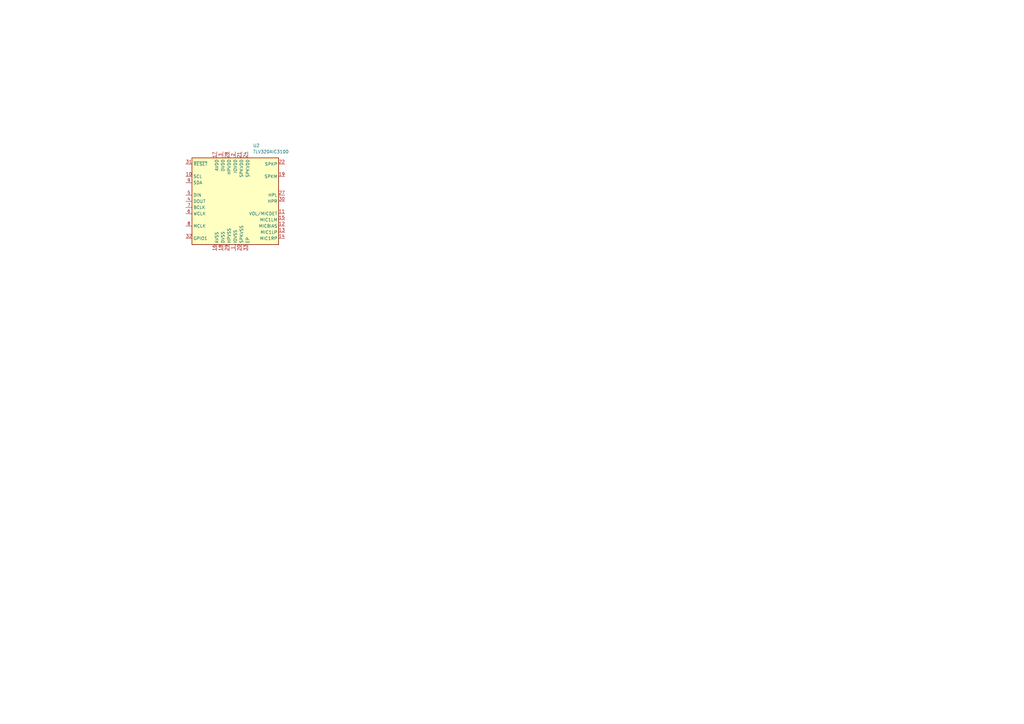
<source format=kicad_sch>
(kicad_sch (version 20250114) (generator "eeschema") (generator_version "9.0")
  (paper "A3")
  (lib_symbols
    (symbol "Audio:TLV320AIC3100"
      (property "Reference" "U" (at -15.24 20.32 0))
      (property "Value" "TLV320AIC3100" (at 0 0 0))
      (symbol "TLV320AIC3100_0_1"
        (rectangle (start -17.78 17.78) (end 17.78 -17.78) (stroke (width 0.254)) (fill (type background)))
      )
      (symbol "TLV320AIC3100_1_1"
        (pin input line (at -20.32 15.24 0) (length 2.54) (name "~{RESET}") (number "31"))
        (pin input line (at -20.32 10.16 0) (length 2.54) (name "SCL") (number "10"))
        (pin bidirectional line (at -20.32 7.62 0) (length 2.54) (name "SDA") (number "9"))
        (pin input line (at -20.32 2.54 0) (length 2.54) (name "DIN") (number "5"))
        (pin output line (at -20.32 0 0) (length 2.54) (name "DOUT") (number "4"))
        (pin bidirectional line (at -20.32 -2.54 0) (length 2.54) (name "BCLK") (number "7"))
        (pin bidirectional line (at -20.32 -5.08 0) (length 2.54) (name "WCLK") (number "6"))
        (pin input line (at -20.32 -10.16 0) (length 2.54) (name "MCLK") (number "8"))
        (pin bidirectional line (at -20.32 -15.24 0) (length 2.54) (name "GPIO1") (number "32"))
        (pin power_in line (at -7.62 20.32 270) (length 2.54) (name "AVDD") (number "17"))
        (pin power_in line (at -7.62 -20.32 90) (length 2.54) (name "AVSS") (number "16"))
        (pin power_in line (at -5.08 20.32 270) (length 2.54) (name "DVDD") (number "3"))
        (pin power_in line (at -5.08 -20.32 90) (length 2.54) (name "DVSS") (number "18"))
        (pin power_in line (at -2.54 20.32 270) (length 2.54) (name "HPVDD") (number "28"))
        (pin power_in line (at -2.54 -20.32 90) (length 2.54) (name "HPVSS") (number "29"))
        (pin power_in line (at 0 20.32 270) (length 2.54) (name "IOVDD") (number "2"))
        (pin power_in line (at 0 -20.32 90) (length 2.54) (name "IOVSS") (number "1"))
        (pin power_in line (at 2.54 20.32 270) (length 2.54) (name "SPKVDD") (number "21"))
        (pin power_in line (at 2.54 -20.32 90) (length 2.54) (name "SPKVSS") (number "20"))
        (pin passive line (at 2.54 -20.32 90) (length 2.54) (hide yes) (name "SPKVSS") (number "25"))
        (pin power_in line (at 5.08 20.32 270) (length 2.54) (name "SPKVDD") (number "24"))
        (pin power_in line (at 5.08 -20.32 90) (length 2.54) (name "EP") (number "33"))
        (pin output line (at 20.32 15.24 180) (length 2.54) (name "SPKP") (number "22"))
        (pin passive line (at 20.32 15.24 180) (length 2.54) (hide yes) (name "SPKP") (number "26"))
        (pin output line (at 20.32 10.16 180) (length 2.54) (name "SPKM") (number "19"))
        (pin passive line (at 20.32 10.16 180) (length 2.54) (hide yes) (name "SPKM") (number "23"))
        (pin output line (at 20.32 2.54 180) (length 2.54) (name "HPL") (number "27"))
        (pin output line (at 20.32 0 180) (length 2.54) (name "HPR") (number "30"))
        (pin input line (at 20.32 -5.08 180) (length 2.54) (name "VOL/MICDET") (number "11"))
        (pin input line (at 20.32 -7.62 180) (length 2.54) (name "MIC1LM") (number "15"))
        (pin power_out line (at 20.32 -10.16 180) (length 2.54) (name "MICBIAS") (number "12"))
        (pin input line (at 20.32 -12.7 180) (length 2.54) (name "MIC1LP") (number "13"))
        (pin input line (at 20.32 -15.24 180) (length 2.54) (name "MIC1RP") (number "14"))
      )
    )
  )
  (symbol (lib_id "Audio:TLV320AIC3100") (at 96.52 82.55 0) (unit 1)
    (property "Reference" "U2" (at 103.7433 59.69 0) (effects (justify left)))
    (property "Value" "TLV320AIC3100" (at 103.7433 62.23 0) (effects (justify left)))
    (property "Footprint" "Package_DFN_QFN:VQFN-32-1EP_5x5mm_P0.5mm_EP3.5x3.5mm" (effects (hide yes)))
    (property "Datasheet" "http://www.ti.com/lit/ds/symlink/tlv320aic3100.pdf" (effects (hide yes)))
    (property "Description" "Low Power Audio Codec with Audio Processing and Mono Class‑D Amplifier, VQFN-32" (effects (hide yes)))
  )
)
</source>
